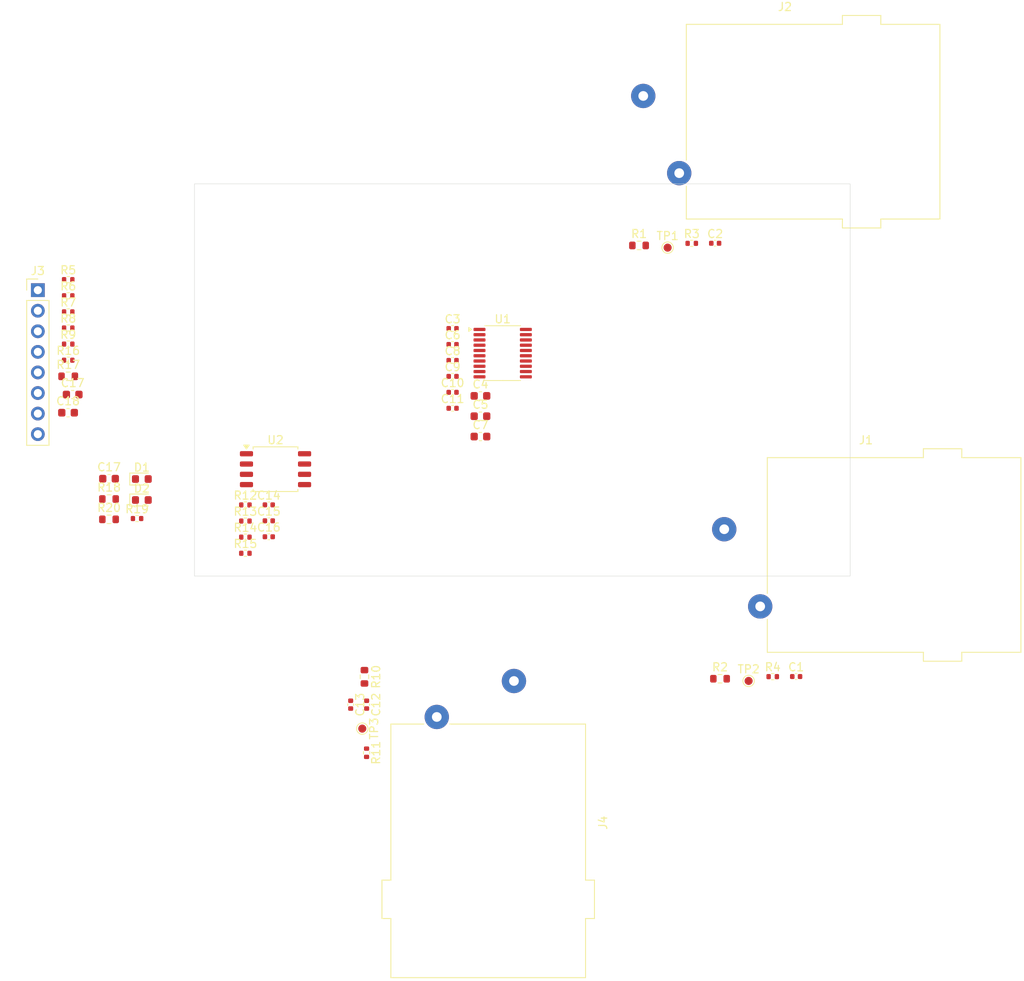
<source format=kicad_pcb>
(kicad_pcb (version 20241229) (generator "pcbnew") (generator_version "9.0")
  (layers (0 "F.Cu" signal) (2 "B.Cu" signal) (13 "F.Paste" user) (15 "B.Paste" user) (5 "F.SilkS" user "F.Silkscreen") (7 "B.SilkS" user "B.Silkscreen") (1 "F.Mask" user) (3 "B.Mask" user) (25 "Edge.Cuts" user))
  (net 0 "")
  (net 1 "GND")
  (net 2 "Net-(C1-Pad1)")
  (net 3 "Net-(C2-Pad1)")
  (net 4 "+3.3VA")
  (net 5 "+3.3V")
  (net 6 "Net-(U1-CAPM)")
  (net 7 "Net-(U1-CAPP)")
  (net 8 "Net-(U1-LDOO)")
  (net 9 "Net-(U1-VNEG)")
  (net 10 "/AUX_IN")
  (net 11 "/AUX_IN_MTCH")
  (net 12 "Net-(J2-PadT)")
  (net 13 "Net-(J1-PadT)")
  (net 14 "Net-(J3-Pin_4)")
  (net 15 "Net-(U1-DIN)")
  (net 16 "Net-(U1-BCK)")
  (net 17 "Net-(J3-Pin_5)")
  (net 18 "Net-(U1-SCK)")
  (net 19 "Net-(J3-Pin_6)")
  (net 20 "Net-(J4-PadT)")
  (net 21 "Net-(U1-OUTR)")
  (net 22 "Net-(U1-OUTL)")
  (net 23 "Net-(U2A-+)")
  (net 24 "Net-(C15-Pad1)")
  (net 25 "Net-(C17-Pad2)")
  (net 26 "Net-(J3-Pin_8)")
  (net 27 "Net-(U2A--)")
  (net 31 "Net-(D1-A)")
  (net 32 "/LRCK_IC")
  (net 33 "Net-(D2-A)")
  (net 34 "/LRCK_CONN")
  (footprint "Capacitor_SMD:C_0402_1005Metric" (layer "F.Cu") (at 131.9525 85.535)
    (property "Reference" "C3" (at 0 -1.16 0) (layer "F.SilkS"))
    (property "Value" "100n")
    (fp_line (start -0.107836 -0.36) (end 0.107836 -0.36) (stroke (width 0.12)) (layer "F.SilkS"))
    (fp_line (start -0.107836 0.36) (end 0.107836 0.36) (stroke (width 0.12)) (layer "F.SilkS"))
    (pad "1" smd roundrect (at -0.48 0) (size 0.56 0.62) (layers "F.Cu" "F.Mask" "F.Paste") (net 4 "+3.3VA"))
    (pad "2" smd roundrect (at 0.48 0) (size 0.56 0.62) (layers "F.Cu" "F.Mask" "F.Paste") (net 1 "GND"))
  )
  (footprint "Connector_Audio:Jack_speakON-6.35mm_Neutrik_NLJ2MDXX-H_Horizontal" (layer "F.Cu") (at 139.53 129.06 -90)
    (property "Reference" "J4" (at 17.5 -11 90) (layer "F.SilkS"))
    (property "Value" "AudioJack2")
    (fp_line (start 24.59 16.3) (end 29.33 16.3) (stroke (width 0.12)) (layer "F.SilkS"))
    (fp_line (start 24.59 16.3) (end 24.59 15.2) (stroke (width 0.12)) (layer "F.SilkS"))
    (fp_line (start 29.33 16.3) (end 29.33 15.2) (stroke (width 0.12)) (layer "F.SilkS"))
    (fp_line (start 5.32 15.2) (end 24.6 15.2) (stroke (width 0.12)) (layer "F.SilkS"))
    (fp_line (start 5.32 15.2) (end 5.32 11.13) (stroke (width 0.12)) (layer "F.SilkS"))
    (fp_line (start 36.63 15.2) (end 29.33 15.2) (stroke (width 0.12)) (layer "F.SilkS"))
    (fp_line (start 36.63 15.2) (end 36.63 -8.84) (stroke (width 0.12)) (layer "F.SilkS"))
    (fp_line (start 5.32 7.93) (end 5.32 -8.84) (stroke (width 0.12)) (layer "F.SilkS"))
    (fp_line (start 5.32 -8.84) (end 24.59 -8.84) (stroke (width 0.12)) (layer "F.SilkS"))
    (fp_line (start 36.63 -8.84) (end 29.33 -8.84) (stroke (width 0.12)) (layer "F.SilkS"))
    (fp_line (start 24.59 -9.94) (end 24.59 -8.84) (stroke (width 0.12)) (layer "F.SilkS"))
    (fp_line (start 24.59 -9.94) (end 29.33 -9.94) (stroke (width 0.12)) (layer "F.SilkS"))
    (fp_line (start 29.33 -9.94) (end 29.33 -8.84) (stroke (width 0.12)) (layer "F.SilkS"))
    (pad "1+" thru_hole circle (at 0 0 270) (size 3 3) (drill 1.2) (layers "*.Cu" "*.Mask"))
    (pad "1-" thru_hole circle (at 4.44 9.53 270) (size 3 3) (drill 1.2) (layers "*.Cu" "*.Mask"))
  )
  (footprint "LED_SMD:LED_0603_1608Metric" (layer "F.Cu") (at 93.58 106.71)
    (property "Reference" "D2" (at 0 -1.43 0) (layer "F.SilkS"))
    (property "Value" "LED")
    (fp_line (start -1.485 -0.735) (end -1.485 0.735) (stroke (width 0.12)) (layer "F.SilkS"))
    (fp_line (start -1.485 0.735) (end 0.8 0.735) (stroke (width 0.12)) (layer "F.SilkS"))
    (fp_line (start 0.8 -0.735) (end -1.485 -0.735) (stroke (width 0.12)) (layer "F.SilkS"))
    (pad "1" smd roundrect (at -0.7875 0) (size 0.875 0.95) (layers "F.Cu" "F.Mask" "F.Paste") (net 1 "GND"))
    (pad "2" smd roundrect (at 0.7875 0) (size 0.875 0.95) (layers "F.Cu" "F.Mask" "F.Paste") (net 33 "Net-(D2-A)"))
  )
  (footprint "Package_SO:TSSOP-20_4.4x6.5mm_P0.65mm" (layer "F.Cu") (at 138.1375 88.575)
    (property "Reference" "U1" (at 0 -4.2 0) (layer "F.SilkS"))
    (property "Value" "PCM5101A")
    (fp_line (start 0 -3.385) (end -2.2 -3.385) (stroke (width 0.12)) (layer "F.SilkS"))
    (fp_line (start 0 -3.385) (end 2.2 -3.385) (stroke (width 0.12)) (layer "F.SilkS"))
    (fp_line (start 0 3.385) (end -2.2 3.385) (stroke (width 0.12)) (layer "F.SilkS"))
    (fp_line (start 0 3.385) (end 2.2 3.385) (stroke (width 0.12)) (layer "F.SilkS"))
    (fp_poly (pts (xy -3.86 -2.925) (xy -4.19 -3.165) (xy -4.19 -2.685) (xy -3.86 -2.925)) (stroke (width 0.12)) (fill yes) (layer "F.SilkS"))
    (pad "1" smd roundrect (at -2.8625 -2.925) (size 1.475 0.4) (layers "F.Cu" "F.Mask" "F.Paste") (net 4 "+3.3VA"))
    (pad "2" smd roundrect (at -2.8625 -2.275) (size 1.475 0.4) (layers "F.Cu" "F.Mask" "F.Paste") (net 7 "Net-(U1-CAPP)"))
    (pad "3" smd roundrect (at -2.8625 -1.625) (size 1.475 0.4) (layers "F.Cu" "F.Mask" "F.Paste") (net 1 "GND"))
    (pad "4" smd roundrect (at -2.8625 -0.975) (size 1.475 0.4) (layers "F.Cu" "F.Mask" "F.Paste") (net 6 "Net-(U1-CAPM)"))
    (pad "5" smd roundrect (at -2.8625 -0.325) (size 1.475 0.4) (layers "F.Cu" "F.Mask" "F.Paste") (net 9 "Net-(U1-VNEG)"))
    (pad "6" smd roundrect (at -2.8625 0.325) (size 1.475 0.4) (layers "F.Cu" "F.Mask" "F.Paste") (net 22 "Net-(U1-OUTL)"))
    (pad "7" smd roundrect (at -2.8625 0.975) (size 1.475 0.4) (layers "F.Cu" "F.Mask" "F.Paste") (net 21 "Net-(U1-OUTR)"))
    (pad "8" smd roundrect (at -2.8625 1.625) (size 1.475 0.4) (layers "F.Cu" "F.Mask" "F.Paste") (net 4 "+3.3VA"))
    (pad "9" smd roundrect (at -2.8625 2.275) (size 1.475 0.4) (layers "F.Cu" "F.Mask" "F.Paste") (net 1 "GND"))
    (pad "10" smd roundrect (at -2.8625 2.925) (size 1.475 0.4) (layers "F.Cu" "F.Mask" "F.Paste") (net 1 "GND"))
    (pad "11" smd roundrect (at 2.8625 2.925) (size 1.475 0.4) (layers "F.Cu" "F.Mask" "F.Paste") (net 1 "GND"))
    (pad "12" smd roundrect (at 2.8625 2.275) (size 1.475 0.4) (layers "F.Cu" "F.Mask" "F.Paste") (net 18 "Net-(U1-SCK)"))
    (pad "13" smd roundrect (at 2.8625 1.625) (size 1.475 0.4) (layers "F.Cu" "F.Mask" "F.Paste") (net 16 "Net-(U1-BCK)"))
    (pad "14" smd roundrect (at 2.8625 0.975) (size 1.475 0.4) (layers "F.Cu" "F.Mask" "F.Paste") (net 15 "Net-(U1-DIN)"))
    (pad "15" smd roundrect (at 2.8625 0.325) (size 1.475 0.4) (layers "F.Cu" "F.Mask" "F.Paste") (net 32 "/LRCK_IC"))
    (pad "16" smd roundrect (at 2.8625 -0.325) (size 1.475 0.4) (layers "F.Cu" "F.Mask" "F.Paste") (net 1 "GND"))
    (pad "17" smd roundrect (at 2.8625 -0.975) (size 1.475 0.4) (layers "F.Cu" "F.Mask" "F.Paste") (net 5 "+3.3V"))
    (pad "18" smd roundrect (at 2.8625 -1.625) (size 1.475 0.4) (layers "F.Cu" "F.Mask" "F.Paste") (net 8 "Net-(U1-LDOO)"))
    (pad "19" smd roundrect (at 2.8625 -2.275) (size 1.475 0.4) (layers "F.Cu" "F.Mask" "F.Paste") (net 1 "GND"))
    (pad "20" smd roundrect (at 2.8625 -2.925) (size 1.475 0.4) (layers "F.Cu" "F.Mask" "F.Paste") (net 5 "+3.3V"))
  )
  (footprint "Package_SO:SOIC-8_5.3x5.3mm_P1.27mm" (layer "F.Cu") (at 110.0875 102.905)
    (property "Reference" "U2" (at 0 -3.6 0) (layer "F.SilkS"))
    (property "Value" "MCP6002-xSN")
    (fp_line (start -2.76 -2.76) (end 2.76 -2.76) (stroke (width 0.12)) (layer "F.SilkS"))
    (fp_line (start -2.76 -2.49) (end -2.76 -2.76) (stroke (width 0.12)) (layer "F.SilkS"))
    (fp_line (start -2.76 2.76) (end -2.76 2.49) (stroke (width 0.12)) (layer "F.SilkS"))
    (fp_line (start 2.76 -2.76) (end 2.76 -2.49) (stroke (width 0.12)) (layer "F.SilkS"))
    (fp_line (start 2.76 2.49) (end 2.76 2.76) (stroke (width 0.12)) (layer "F.SilkS"))
    (fp_line (start 2.76 2.76) (end -2.76 2.76) (stroke (width 0.12)) (layer "F.SilkS"))
    (fp_poly (pts (xy -3.59 -2.5) (xy -3.93 -2.97) (xy -3.25 -2.97)) (stroke (width 0.12)) (fill yes) (layer "F.SilkS"))
    (pad "1" smd roundrect (at -3.5875 -1.905) (size 1.625 0.65) (layers "F.Cu" "F.Mask" "F.Paste") (net 26 "Net-(J3-Pin_8)"))
    (pad "2" smd roundrect (at -3.5875 -0.635) (size 1.625 0.65) (layers "F.Cu" "F.Mask" "F.Paste") (net 27 "Net-(U2A--)"))
    (pad "3" smd roundrect (at -3.5875 0.635) (size 1.625 0.65) (layers "F.Cu" "F.Mask" "F.Paste") (net 23 "Net-(U2A-+)"))
    (pad "4" smd roundrect (at -3.5875 1.905) (size 1.625 0.65) (layers "F.Cu" "F.Mask" "F.Paste") (net 1 "GND"))
    (pad "5" smd roundrect (at 3.5875 1.905) (size 1.625 0.65) (layers "F.Cu" "F.Mask" "F.Paste"))
    (pad "6" smd roundrect (at 3.5875 0.635) (size 1.625 0.65) (layers "F.Cu" "F.Mask" "F.Paste"))
    (pad "7" smd roundrect (at 3.5875 -0.635) (size 1.625 0.65) (layers "F.Cu" "F.Mask" "F.Paste"))
    (pad "8" smd roundrect (at 3.5875 -1.905) (size 1.625 0.65) (layers "F.Cu" "F.Mask" "F.Paste") (net 4 "+3.3VA"))
  )
  (footprint "Resistor_SMD:R_0603_1608Metric" (layer "F.Cu") (at 154.975 75.28)
    (property "Reference" "R1" (at 0 -1.43 0) (layer "F.SilkS"))
    (property "Value" "470")
    (fp_line (start -0.237258 -0.5225) (end 0.237258 -0.5225) (stroke (width 0.12)) (layer "F.SilkS"))
    (fp_line (start -0.237258 0.5225) (end 0.237258 0.5225) (stroke (width 0.12)) (layer "F.SilkS"))
    (pad "1" smd roundrect (at -0.825 0) (size 0.8 0.95) (layers "F.Cu" "F.Mask" "F.Paste") (net 22 "Net-(U1-OUTL)"))
    (pad "2" smd roundrect (at 0.825 0) (size 0.8 0.95) (layers "F.Cu" "F.Mask" "F.Paste") (net 3 "Net-(C2-Pad1)"))
  )
  (footprint "Capacitor_SMD:C_0402_1005Metric" (layer "F.Cu") (at 119.37 131.98 -90)
    (property "Reference" "C13" (at 0 -1.16 90) (layer "F.SilkS"))
    (property "Value" "2.2n")
    (fp_line (start -0.107836 0.36) (end 0.107836 0.36) (stroke (width 0.12)) (layer "F.SilkS"))
    (fp_line (start -0.107836 -0.36) (end 0.107836 -0.36) (stroke (width 0.12)) (layer "F.SilkS"))
    (pad "1" smd roundrect (at -0.48 0 270) (size 0.56 0.62) (layers "F.Cu" "F.Mask" "F.Paste") (net 11 "/AUX_IN_MTCH"))
    (pad "2" smd roundrect (at 0.48 0 270) (size 0.56 0.62) (layers "F.Cu" "F.Mask" "F.Paste") (net 1 "GND"))
  )
  (footprint "Capacitor_SMD:C_0603_1608Metric" (layer "F.Cu") (at 85.04 93.69)
    (property "Reference" "C17" (at 0 -1.43 0) (layer "F.SilkS"))
    (property "Value" "10u")
    (fp_line (start -0.14058 -0.51) (end 0.14058 -0.51) (stroke (width 0.12)) (layer "F.SilkS"))
    (fp_line (start -0.14058 0.51) (end 0.14058 0.51) (stroke (width 0.12)) (layer "F.SilkS"))
    (pad "1" smd roundrect (at -0.775 0) (size 0.9 0.95) (layers "F.Cu" "F.Mask" "F.Paste") (net 5 "+3.3V"))
    (pad "2" smd roundrect (at 0.775 0) (size 0.9 0.95) (layers "F.Cu" "F.Mask" "F.Paste") (net 25 "Net-(C17-Pad2)"))
  )
  (footprint "Capacitor_SMD:C_0402_1005Metric" (layer "F.Cu") (at 131.9525 93.415)
    (property "Reference" "C10" (at 0 -1.16 0) (layer "F.SilkS"))
    (property "Value" "100n")
    (fp_line (start -0.107836 -0.36) (end 0.107836 -0.36) (stroke (width 0.12)) (layer "F.SilkS"))
    (fp_line (start -0.107836 0.36) (end 0.107836 0.36) (stroke (width 0.12)) (layer "F.SilkS"))
    (pad "1" smd roundrect (at -0.48 0) (size 0.56 0.62) (layers "F.Cu" "F.Mask" "F.Paste") (net 8 "Net-(U1-LDOO)"))
    (pad "2" smd roundrect (at 0.48 0) (size 0.56 0.62) (layers "F.Cu" "F.Mask" "F.Paste") (net 1 "GND"))
  )
  (footprint "Capacitor_SMD:C_0603_1608Metric" (layer "F.Cu") (at 135.3925 96.365)
    (property "Reference" "C5" (at 0 -1.43 0) (layer "F.SilkS"))
    (property "Value" "10u")
    (fp_line (start -0.14058 -0.51) (end 0.14058 -0.51) (stroke (width 0.12)) (layer "F.SilkS"))
    (fp_line (start -0.14058 0.51) (end 0.14058 0.51) (stroke (width 0.12)) (layer "F.SilkS"))
    (pad "1" smd roundrect (at -0.775 0) (size 0.9 0.95) (layers "F.Cu" "F.Mask" "F.Paste") (net 4 "+3.3VA"))
    (pad "2" smd roundrect (at 0.775 0) (size 0.9 0.95) (layers "F.Cu" "F.Mask" "F.Paste") (net 1 "GND"))
  )
  (footprint "Capacitor_SMD:C_0402_1005Metric" (layer "F.Cu") (at 164.375 75.01)
    (property "Reference" "C2" (at 0 -1.16 0) (layer "F.SilkS"))
    (property "Value" "2.2n")
    (fp_line (start -0.107836 -0.36) (end 0.107836 -0.36) (stroke (width 0.12)) (layer "F.SilkS"))
    (fp_line (start -0.107836 0.36) (end 0.107836 0.36) (stroke (width 0.12)) (layer "F.SilkS"))
    (pad "1" smd roundrect (at -0.48 0) (size 0.56 0.62) (layers "F.Cu" "F.Mask" "F.Paste") (net 3 "Net-(C2-Pad1)"))
    (pad "2" smd roundrect (at 0.48 0) (size 0.56 0.62) (layers "F.Cu" "F.Mask" "F.Paste") (net 1 "GND"))
  )
  (footprint "Resistor_SMD:R_0402_1005Metric" (layer "F.Cu") (at 161.485 75.02)
    (property "Reference" "R3" (at 0 -1.17 0) (layer "F.SilkS"))
    (property "Value" "0")
    (fp_line (start -0.153641 -0.38) (end 0.153641 -0.38) (stroke (width 0.12)) (layer "F.SilkS"))
    (fp_line (start -0.153641 0.38) (end 0.153641 0.38) (stroke (width 0.12)) (layer "F.SilkS"))
    (pad "1" smd roundrect (at -0.51 0) (size 0.54 0.64) (layers "F.Cu" "F.Mask" "F.Paste") (net 1 "GND"))
    (pad "2" smd roundrect (at 0.51 0) (size 0.54 0.64) (layers "F.Cu" "F.Mask" "F.Paste") (net 12 "Net-(J2-PadT)"))
  )
  (footprint "Capacitor_SMD:C_0402_1005Metric" (layer "F.Cu") (at 121.34 131.98 -90)
    (property "Reference" "C12" (at 0 -1.16 90) (layer "F.SilkS"))
    (property "Value" "2.2n")
    (fp_line (start -0.107836 0.36) (end 0.107836 0.36) (stroke (width 0.12)) (layer "F.SilkS"))
    (fp_line (start -0.107836 -0.36) (end 0.107836 -0.36) (stroke (width 0.12)) (layer "F.SilkS"))
    (pad "1" smd roundrect (at -0.48 0 270) (size 0.56 0.62) (layers "F.Cu" "F.Mask" "F.Paste") (net 10 "/AUX_IN"))
    (pad "2" smd roundrect (at 0.48 0 270) (size 0.56 0.62) (layers "F.Cu" "F.Mask" "F.Paste") (net 1 "GND"))
  )
  (footprint "Resistor_SMD:R_0402_1005Metric" (layer "F.Cu") (at 171.485 128.52)
    (property "Reference" "R4" (at 0 -1.17 0) (layer "F.SilkS"))
    (property "Value" "0")
    (fp_line (start -0.153641 -0.38) (end 0.153641 -0.38) (stroke (width 0.12)) (layer "F.SilkS"))
    (fp_line (start -0.153641 0.38) (end 0.153641 0.38) (stroke (width 0.12)) (layer "F.SilkS"))
    (pad "1" smd roundrect (at -0.51 0) (size 0.54 0.64) (layers "F.Cu" "F.Mask" "F.Paste") (net 1 "GND"))
    (pad "2" smd roundrect (at 0.51 0) (size 0.54 0.64) (layers "F.Cu" "F.Mask" "F.Paste") (net 13 "Net-(J1-PadT)"))
  )
  (footprint "LED_SMD:LED_0603_1608Metric" (layer "F.Cu") (at 93.58 104.12)
    (property "Reference" "D1" (at 0 -1.43 0) (layer "F.SilkS"))
    (property "Value" "LED")
    (fp_line (start -1.485 -0.735) (end -1.485 0.735) (stroke (width 0.12)) (layer "F.SilkS"))
    (fp_line (start -1.485 0.735) (end 0.8 0.735) (stroke (width 0.12)) (layer "F.SilkS"))
    (fp_line (start 0.8 -0.735) (end -1.485 -0.735) (stroke (width 0.12)) (layer "F.SilkS"))
    (pad "1" smd roundrect (at -0.7875 0) (size 0.875 0.95) (layers "F.Cu" "F.Mask" "F.Paste") (net 32 "/LRCK_IC"))
    (pad "2" smd roundrect (at 0.7875 0) (size 0.875 0.95) (layers "F.Cu" "F.Mask" "F.Paste") (net 31 "Net-(D1-A)"))
  )
  (footprint "Resistor_SMD:R_0402_1005Metric" (layer "F.Cu") (at 84.49 79.5)
    (property "Reference" "R5" (at 0 -1.17 0) (layer "F.SilkS"))
    (property "Value" "0")
    (fp_line (start -0.153641 -0.38) (end 0.153641 -0.38) (stroke (width 0.12)) (layer "F.SilkS"))
    (fp_line (start -0.153641 0.38) (end 0.153641 0.38) (stroke (width 0.12)) (layer "F.SilkS"))
    (pad "1" smd roundrect (at -0.51 0) (size 0.54 0.64) (layers "F.Cu" "F.Mask" "F.Paste") (net 34 "/LRCK_CONN"))
    (pad "2" smd roundrect (at 0.51 0) (size 0.54 0.64) (layers "F.Cu" "F.Mask" "F.Paste") (net 32 "/LRCK_IC"))
  )
  (footprint "Connector_Audio:Jack_speakON-6.35mm_Neutrik_NLJ2MDXX-H_Horizontal" (layer "F.Cu") (at 165.495 110.32)
    (property "Reference" "J1" (at 17.5 -11 0) (layer "F.SilkS"))
    (property "Value" "AudioJack2")
    (fp_line (start 5.32 -8.84) (end 24.59 -8.84) (stroke (width 0.12)) (layer "F.SilkS"))
    (fp_line (start 5.32 7.93) (end 5.32 -8.84) (stroke (width 0.12)) (layer "F.SilkS"))
    (fp_line (start 5.32 15.2) (end 5.32 11.13) (stroke (width 0.12)) (layer "F.SilkS"))
    (fp_line (start 5.32 15.2) (end 24.6 15.2) (stroke (width 0.12)) (layer "F.SilkS"))
    (fp_line (start 24.59 -9.94) (end 24.59 -8.84) (stroke (width 0.12)) (layer "F.SilkS"))
    (fp_line (start 24.59 -9.94) (end 29.33 -9.94) (stroke (width 0.12)) (layer "F.SilkS"))
    (fp_line (start 24.59 16.3) (end 24.59 15.2) (stroke (width 0.12)) (layer "F.SilkS"))
    (fp_line (start 24.59 16.3) (end 29.33 16.3) (stroke (width 0.12)) (layer "F.SilkS"))
    (fp_line (start 29.33 -9.94) (end 29.33 -8.84) (stroke (width 0.12)) (layer "F.SilkS"))
    (fp_line (start 29.33 16.3) (end 29.33 15.2) (stroke (width 0.12)) (layer "F.SilkS"))
    (fp_line (start 36.63 -8.84) (end 29.33 -8.84) (stroke (width 0.12)) (layer "F.SilkS"))
    (fp_line (start 36.63 15.2) (end 29.33 15.2) (stroke (width 0.12)) (layer "F.SilkS"))
    (fp_line (start 36.63 15.2) (end 36.63 -8.84) (stroke (width 0.12)) (layer "F.SilkS"))
    (pad "1+" thru_hole circle (at 0 0) (size 3 3) (drill 1.2) (layers "*.Cu" "*.Mask"))
    (pad "1-" thru_hole circle (at 4.44 9.53) (size 3 3) (drill 1.2) (layers "*.Cu" "*.Mask"))
  )
  (footprint "Capacitor_SMD:C_0402_1005Metric" (layer "F.Cu") (at 109.2575 107.31)
    (property "Reference" "C14" (at 0 -1.16 0) (layer "F.SilkS"))
    (property "Value" "100n")
    (fp_line (start -0.107836 -0.36) (end 0.107836 -0.36) (stroke (width 0.12)) (layer "F.SilkS"))
    (fp_line (start -0.107836 0.36) (end 0.107836 0.36) (stroke (width 0.12)) (layer "F.SilkS"))
    (pad "1" smd roundrect (at -0.48 0) (size 0.56 0.62) (layers "F.Cu" "F.Mask" "F.Paste") (net 23 "Net-(U2A-+)"))
    (pad "2" smd roundrect (at 0.48 0) (size 0.56 0.62) (layers "F.Cu" "F.Mask" "F.Paste") (net 11 "/AUX_IN_MTCH"))
  )
  (footprint "Resistor_SMD:R_0603_1608Metric" (layer "F.Cu") (at 121.07 128.54 -90)
    (property "Reference" "R10" (at 0 -1.43 90) (layer "F.SilkS"))
    (property "Value" "470")
    (fp_line (start -0.237258 0.5225) (end 0.237258 0.5225) (stroke (width 0.12)) (layer "F.SilkS"))
    (fp_line (start -0.237258 -0.5225) (end 0.237258 -0.5225) (stroke (width 0.12)) (layer "F.SilkS"))
    (pad "1" smd roundrect (at -0.825 0 270) (size 0.8 0.95) (layers "F.Cu" "F.Mask" "F.Paste") (net 11 "/AUX_IN_MTCH"))
    (pad "2" smd roundrect (at 0.825 0 270) (size 0.8 0.95) (layers "F.Cu" "F.Mask" "F.Paste") (net 10 "/AUX_IN"))
  )
  (footprint "Resistor_SMD:R_0402_1005Metric" (layer "F.Cu") (at 84.49 89.45)
    (property "Reference" "R16" (at 0 -1.17 0) (layer "F.SilkS"))
    (property "Value" "1k")
    (fp_line (start -0.153641 -0.38) (end 0.153641 -0.38) (stroke (width 0.12)) (layer "F.SilkS"))
    (fp_line (start -0.153641 0.38) (end 0.153641 0.38) (stroke (width 0.12)) (layer "F.SilkS"))
    (pad "1" smd roundrect (at -0.51 0) (size 0.54 0.64) (layers "F.Cu" "F.Mask" "F.Paste") (net 1 "GND"))
    (pad "2" smd roundrect (at 0.51 0) (size 0.54 0.64) (layers "F.Cu" "F.Mask" "F.Paste") (net 25 "Net-(C17-Pad2)"))
  )
  (footprint "Capacitor_SMD:C_0603_1608Metric" (layer "F.Cu") (at 84.47 95.93)
    (property "Reference" "C18" (at 0 -1.43 0) (layer "F.SilkS"))
    (property "Value" "100n")
    (fp_line (start -0.14058 -0.51) (end 0.14058 -0.51) (stroke (width 0.12)) (layer "F.SilkS"))
    (fp_line (start -0.14058 0.51) (end 0.14058 0.51) (stroke (width 0.12)) (layer "F.SilkS"))
    (pad "1" smd roundrect (at -0.775 0) (size 0.9 0.95) (layers "F.Cu" "F.Mask" "F.Paste") (net 1 "GND"))
    (pad "2" smd roundrect (at 0.775 0) (size 0.9 0.95) (layers "F.Cu" "F.Mask" "F.Paste") (net 4 "+3.3VA"))
  )
  (footprint "Capacitor_SMD:C_0402_1005Metric" (layer "F.Cu") (at 131.9525 91.445)
    (property "Reference" "C9" (at 0 -1.16 0) (layer "F.SilkS"))
    (property "Value" "2.2u")
    (fp_line (start -0.107836 -0.36) (end 0.107836 -0.36) (stroke (width 0.12)) (layer "F.SilkS"))
    (fp_line (start -0.107836 0.36) (end 0.107836 0.36) (stroke (width 0.12)) (layer "F.SilkS"))
    (pad "1" smd roundrect (at -0.48 0) (size 0.56 0.62) (layers "F.Cu" "F.Mask" "F.Paste") (net 7 "Net-(U1-CAPP)"))
    (pad "2" smd roundrect (at 0.48 0) (size 0.56 0.62) (layers "F.Cu" "F.Mask" "F.Paste") (net 6 "Net-(U1-CAPM)"))
  )
  (footprint "Resistor_SMD:R_0402_1005Metric" (layer "F.Cu") (at 84.49 83.48)
    (property "Reference" "R7" (at 0 -1.17 0) (layer "F.SilkS"))
    (property "Value" "0")
    (fp_line (start -0.153641 -0.38) (end 0.153641 -0.38) (stroke (width 0.12)) (layer "F.SilkS"))
    (fp_line (start -0.153641 0.38) (end 0.153641 0.38) (stroke (width 0.12)) (layer "F.SilkS"))
    (pad "1" smd roundrect (at -0.51 0) (size 0.54 0.64) (layers "F.Cu" "F.Mask" "F.Paste") (net 17 "Net-(J3-Pin_5)"))
    (pad "2" smd roundrect (at 0.51 0) (size 0.54 0.64) (layers "F.Cu" "F.Mask" "F.Paste") (net 16 "Net-(U1-BCK)"))
  )
  (footprint "Capacitor_SMD:C_0402_1005Metric" (layer "F.Cu") (at 109.2575 109.28)
    (property "Reference" "C15" (at 0 -1.16 0) (layer "F.SilkS"))
    (property "Value" "2.2u")
    (fp_line (start -0.107836 -0.36) (end 0.107836 -0.36) (stroke (width 0.12)) (layer "F.SilkS"))
    (fp_line (start -0.107836 0.36) (end 0.107836 0.36) (stroke (width 0.12)) (layer "F.SilkS"))
    (pad "1" smd roundrect (at -0.48 0) (size 0.56 0.62) (layers "F.Cu" "F.Mask" "F.Paste") (net 24 "Net-(C15-Pad1)"))
    (pad "2" smd roundrect (at 0.48 0) (size 0.56 0.62) (layers "F.Cu" "F.Mask" "F.Paste") (net 1 "GND"))
  )
  (footprint "Resistor_SMD:R_0603_1608Metric" (layer "F.Cu") (at 164.975 128.78)
    (property "Reference" "R2" (at 0 -1.43 0) (layer "F.SilkS"))
    (property "Value" "470")
    (fp_line (start -0.237258 -0.5225) (end 0.237258 -0.5225) (stroke (width 0.12)) (layer "F.SilkS"))
    (fp_line (start -0.237258 0.5225) (end 0.237258 0.5225) (stroke (width 0.12)) (layer "F.SilkS"))
    (pad "1" smd roundrect (at -0.825 0) (size 0.8 0.95) (layers "F.Cu" "F.Mask" "F.Paste") (net 21 "Net-(U1-OUTR)"))
    (pad "2" smd roundrect (at 0.825 0) (size 0.8 0.95) (layers "F.Cu" "F.Mask" "F.Paste") (net 2 "Net-(C1-Pad1)"))
  )
  (footprint "Connector_Audio:Jack_speakON-6.35mm_Neutrik_NLJ2MDXX-H_Horizontal" (layer "F.Cu") (at 155.495 56.82)
    (property "Reference" "J2" (at 17.5 -11 0) (layer "F.SilkS"))
    (property "Value" "AudioJack2")
    (fp_line (start 5.32 -8.84) (end 24.59 -8.84) (stroke (width 0.12)) (layer "F.SilkS"))
    (fp_line (start 5.32 7.93) (end 5.32 -8.84) (stroke (width 0.12)) (layer "F.SilkS"))
    (fp_line (start 5.32 15.2) (end 5.32 11.13) (stroke (width 0.12)) (layer "F.SilkS"))
    (fp_line (start 5.32 15.2) (end 24.6 15.2) (stroke (width 0.12)) (layer "F.SilkS"))
    (fp_line (start 24.59 -9.94) (end 24.59 -8.84) (stroke (width 0.12)) (layer "F.SilkS"))
    (fp_line (start 24.59 -9.94) (end 29.33 -9.94) (stroke (width 0.12)) (layer "F.SilkS"))
    (fp_line (start 24.59 16.3) (end 24.59 15.2) (stroke (width 0.12)) (layer "F.SilkS"))
    (fp_line (start 24.59 16.3) (end 29.33 16.3) (stroke (width 0.12)) (layer "F.SilkS"))
    (fp_line (start 29.33 -9.94) (end 29.33 -8.84) (stroke (width 0.12)) (layer "F.SilkS"))
    (fp_line (start 29.33 16.3) (end 29.33 15.2) (stroke (width 0.12)) (layer "F.SilkS"))
    (fp_line (start 36.63 -8.84) (end 29.33 -8.84) (stroke (width 0.12)) (layer "F.SilkS"))
    (fp_line (start 36.63 15.2) (end 29.33 15.2) (stroke (width 0.12)) (layer "F.SilkS"))
    (fp_line (start 36.63 15.2) (end 36.63 -8.84) (stroke (width 0.12)) (layer "F.SilkS"))
    (pad "1+" thru_hole circle (at 0 0) (size 3 3) (drill 1.2) (layers "*.Cu" "*.Mask"))
    (pad "1-" thru_hole circle (at 4.44 9.53) (size 3 3) (drill 1.2) (layers "*.Cu" "*.Mask"))
  )
  (footprint "Resistor_SMD:R_0402_1005Metric" (layer "F.Cu") (at 84.49 87.46)
    (property "Reference" "R9" (at 0 -1.17 0) (layer "F.SilkS"))
    (property "Value" "0")
    (fp_line (start -0.153641 -0.38) (end 0.153641 -0.38) (stroke (width 0.12)) (layer "F.SilkS"))
    (fp_line (start -0.153641 0.38) (end 0.153641 0.38) (stroke (width 0.12)) (layer "F.SilkS"))
    (pad "1" smd roundrect (at -0.51 0) (size 0.54 0.64) (layers "F.Cu" "F.Mask" "F.Paste") (net 19 "Net-(J3-Pin_6)"))
    (pad "2" smd roundrect (at 0.51 0) (size 0.54 0.64) (layers "F.Cu" "F.Mask" "F.Paste") (net 18 "Net-(U1-SCK)"))
  )
  (footprint "Capacitor_SMD:C_0603_1608Metric" (layer "F.Cu") (at 135.3925 98.875)
    (property "Reference" "C7" (at 0 -1.43 0) (layer "F.SilkS"))
    (property "Value" "10u")
    (fp_line (start -0.14058 -0.51) (end 0.14058 -0.51) (stroke (width 0.12)) (layer "F.SilkS"))
    (fp_line (start -0.14058 0.51) (end 0.14058 0.51) (stroke (width 0.12)) (layer "F.SilkS"))
    (pad "1" smd roundrect (at -0.775 0) (size 0.9 0.95) (layers "F.Cu" "F.Mask" "F.Paste") (net 5 "+3.3V"))
    (pad "2" smd roundrect (at 0.775 0) (size 0.9 0.95) (layers "F.Cu" "F.Mask" "F.Paste") (net 1 "GND"))
  )
  (footprint "Resistor_SMD:R_0402_1005Metric" (layer "F.Cu") (at 92.99 109)
    (property "Reference" "R19" (at 0 -1.17 0) (layer "F.SilkS"))
    (property "Value" "1k")
    (fp_line (start -0.153641 -0.38) (end 0.153641 -0.38) (stroke (width 0.12)) (layer "F.SilkS"))
    (fp_line (start -0.153641 0.38) (end 0.153641 0.38) (stroke (width 0.12)) (layer "F.SilkS"))
    (pad "1" smd roundrect (at -0.51 0) (size 0.54 0.64) (layers "F.Cu" "F.Mask" "F.Paste") (net 33 "Net-(D2-A)"))
    (pad "2" smd roundrect (at 0.51 0) (size 0.54 0.64) (layers "F.Cu" "F.Mask" "F.Paste") (net 5 "+3.3V"))
  )
  (footprint "Capacitor_SMD:C_0603_1608Metric" (layer "F.Cu") (at 89.53 104.08)
    (property "Reference" "C17" (at 0 -1.43 0) (layer "F.SilkS"))
    (property "Value" "100n")
    (fp_line (start -0.14058 -0.51) (end 0.14058 -0.51) (stroke (width 0.12)) (layer "F.SilkS"))
    (fp_line (start -0.14058 0.51) (end 0.14058 0.51) (stroke (width 0.12)) (layer "F.SilkS"))
    (pad "1" smd roundrect (at -0.775 0) (size 0.9 0.95) (layers "F.Cu" "F.Mask" "F.Paste") (net 1 "GND"))
    (pad "2" smd roundrect (at 0.775 0) (size 0.9 0.95) (layers "F.Cu" "F.Mask" "F.Paste") (net 25 "Net-(C17-Pad2)"))
  )
  (footprint "Resistor_SMD:R_0402_1005Metric" (layer "F.Cu") (at 106.3675 111.3)
    (property "Reference" "R14" (at 0 -1.17 0) (layer "F.SilkS"))
    (property "Value" "100k")
    (fp_line (start -0.153641 -0.38) (end 0.153641 -0.38) (stroke (width 0.12)) (layer "F.SilkS"))
    (fp_line (start -0.153641 0.38) (end 0.153641 0.38) (stroke (width 0.12)) (layer "F.SilkS"))
    (pad "1" smd roundrect (at -0.51 0) (size 0.54 0.64) (layers "F.Cu" "F.Mask" "F.Paste") (net 27 "Net-(U2A--)"))
    (pad "2" smd roundrect (at 0.51 0) (size 0.54 0.64) (layers "F.Cu" "F.Mask" "F.Paste") (net 26 "Net-(J3-Pin_8)"))
  )
  (footprint "Capacitor_SMD:C_0402_1005Metric" (layer "F.Cu") (at 109.2575 111.25)
    (property "Reference" "C16" (at 0 -1.16 0) (layer "F.SilkS"))
    (property "Value" "100n")
    (fp_line (start -0.107836 -0.36) (end 0.107836 -0.36) (stroke (width 0.12)) (layer "F.SilkS"))
    (fp_line (start -0.107836 0.36) (end 0.107836 0.36) (stroke (width 0.12)) (layer "F.SilkS"))
    (pad "1" smd roundrect (at -0.48 0) (size 0.56 0.62) (layers "F.Cu" "F.Mask" "F.Paste") (net 1 "GND"))
    (pad "2" smd roundrect (at 0.48 0) (size 0.56 0.62) (layers "F.Cu" "F.Mask" "F.Paste") (net 4 "+3.3VA"))
  )
  (footprint "Capacitor_SMD:C_0402_1005Metric" (layer "F.Cu") (at 131.9525 95.385)
    (property "Reference" "C11" (at 0 -1.16 0) (layer "F.SilkS"))
    (property "Value" "2.2u")
    (fp_line (start -0.107836 -0.36) (end 0.107836 -0.36) (stroke (width 0.12)) (layer "F.SilkS"))
    (fp_line (start -0.107836 0.36) (end 0.107836 0.36) (stroke (width 0.12)) (layer "F.SilkS"))
    (pad "1" smd roundrect (at -0.48 0) (size 0.56 0.62) (layers "F.Cu" "F.Mask" "F.Paste") (net 9 "Net-(U1-VNEG)"))
    (pad "2" smd roundrect (at 0.48 0) (size 0.56 0.62) (layers "F.Cu" "F.Mask" "F.Paste") (net 1 "GND"))
  )
  (footprint "Capacitor_SMD:C_0402_1005Metric" (layer "F.Cu") (at 131.9525 87.505)
    (property "Reference" "C6" (at 0 -1.16 0) (layer "F.SilkS"))
    (property "Value" "100n")
    (fp_line (start -0.107836 -0.36) (end 0.107836 -0.36) (stroke (width 0.12)) (layer "F.SilkS"))
    (fp_line (start -0.107836 0.36) (end 0.107836 0.36) (stroke (width 0.12)) (layer "F.SilkS"))
    (pad "1" smd roundrect (at -0.48 0) (size 0.56 0.62) (layers "F.Cu" "F.Mask" "F.Paste") (net 4 "+3.3VA"))
    (pad "2" smd roundrect (at 0.48 0) (size 0.56 0.62) (layers "F.Cu" "F.Mask" "F.Paste") (net 1 "GND"))
  )
  (footprint "Resistor_SMD:R_0402_1005Metric" (layer "F.Cu") (at 121.33 137.92 -90)
    (property "Reference" "R11" (at 0 -1.17 90) (layer "F.SilkS"))
    (property "Value" "0")
    (fp_line (start -0.153641 0.38) (end 0.153641 0.38) (stroke (width 0.12)) (layer "F.SilkS"))
    (fp_line (start -0.153641 -0.38) (end 0.153641 -0.38) (stroke (width 0.12)) (layer "F.SilkS"))
    (pad "1" smd roundrect (at -0.51 0 270) (size 0.54 0.64) (layers "F.Cu" "F.Mask" "F.Paste") (net 1 "GND"))
    (pad "2" smd roundrect (at 0.51 0 270) (size 0.54 0.64) (layers "F.Cu" "F.Mask" "F.Paste") (net 20 "Net-(J4-PadT)"))
  )
  (footprint "Resistor_SMD:R_0402_1005Metric" (layer "F.Cu") (at 84.49 85.47)
    (property "Reference" "R8" (at 0 -1.17 0) (layer "F.SilkS"))
    (property "Value" "0")
    (fp_line (start -0.153641 -0.38) (end 0.153641 -0.38) (stroke (width 0.12)) (layer "F.SilkS"))
    (fp_line (start -0.153641 0.38) (end 0.153641 0.38) (stroke (width 0.12)) (layer "F.SilkS"))
    (pad "1" smd roundrect (at -0.51 0) (size 0.54 0.64) (layers "F.Cu" "F.Mask" "F.Paste") (net 1 "GND"))
    (pad "2" smd roundrect (at 0.51 0) (size 0.54 0.64) (layers "F.Cu" "F.Mask" "F.Paste") (net 18 "Net-(U1-SCK)"))
  )
  (footprint "Resistor_SMD:R_0402_1005Metric" (layer "F.Cu") (at 106.3675 109.31)
    (property "Reference" "R13" (at 0 -1.17 0) (layer "F.SilkS"))
    (property "Value" "100k")
    (fp_line (start -0.153641 -0.38) (end 0.153641 -0.38) (stroke (width 0.12)) (layer "F.SilkS"))
    (fp_line (start -0.153641 0.38) (end 0.153641 0.38) (stroke (width 0.12)) (layer "F.SilkS"))
    (pad "1" smd roundrect (at -0.51 0) (size 0.54 0.64) (layers "F.Cu" "F.Mask" "F.Paste") (net 23 "Net-(U2A-+)"))
    (pad "2" smd roundrect (at 0.51 0) (size 0.54 0.64) (layers "F.Cu" "F.Mask" "F.Paste") (net 4 "+3.3VA"))
  )
  (footprint "Capacitor_SMD:C_0603_1608Metric" (layer "F.Cu") (at 135.3925 93.855)
    (property "Reference" "C4" (at 0 -1.43 0) (layer "F.SilkS"))
    (property "Value" "10u")
    (fp_line (start -0.14058 -0.51) (end 0.14058 -0.51) (stroke (width 0.12)) (layer "F.SilkS"))
    (fp_line (start -0.14058 0.51) (end 0.14058 0.51) (stroke (width 0.12)) (layer "F.SilkS"))
    (pad "1" smd roundrect (at -0.775 0) (size 0.9 0.95) (layers "F.Cu" "F.Mask" "F.Paste") (net 4 "+3.3VA"))
    (pad "2" smd roundrect (at 0.775 0) (size 0.9 0.95) (layers "F.Cu" "F.Mask" "F.Paste") (net 1 "GND"))
  )
  (footprint "Capacitor_SMD:C_0402_1005Metric" (layer "F.Cu") (at 131.9525 89.475)
    (property "Reference" "C8" (at 0 -1.16 0) (layer "F.SilkS"))
    (property "Value" "100n")
    (fp_line (start -0.107836 -0.36) (end 0.107836 -0.36) (stroke (width 0.12)) (layer "F.SilkS"))
    (fp_line (start -0.107836 0.36) (end 0.107836 0.36) (stroke (width 0.12)) (layer "F.SilkS"))
    (pad "1" smd roundrect (at -0.48 0) (size 0.56 0.62) (layers "F.Cu" "F.Mask" "F.Paste") (net 5 "+3.3V"))
    (pad "2" smd roundrect (at 0.48 0) (size 0.56 0.62) (layers "F.Cu" "F.Mask" "F.Paste") (net 1 "GND"))
  )
  (footprint "Resistor_SMD:R_0603_1608Metric" (layer "F.Cu") (at 89.53 109.1)
    (property "Reference" "R20" (at 0 -1.43 0) (layer "F.SilkS"))
    (property "Value" "0")
    (fp_line (start -0.237258 -0.5225) (end 0.237258 -0.5225) (stroke (width 0.12)) (layer "F.SilkS"))
    (fp_line (start -0.237258 0.5225) (end 0.237258 0.5225) (stroke (width 0.12)) (layer "F.SilkS"))
    (pad "1" smd roundrect (at -0.825 0) (size 0.8 0.95) (layers "F.Cu" "F.Mask" "F.Paste") (net 25 "Net-(C17-Pad2)"))
    (pad "2" smd roundrect (at 0.825 0) (size 0.8 0.95) (layers "F.Cu" "F.Mask" "F.Paste") (net 5 "+3.3V"))
  )
  (footprint "Resistor_SMD:R_0603_1608Metric" (layer "F.Cu") (at 84.49 91.44)
    (property "Reference" "R17" (at 0 -1.43 0) (layer "F.SilkS"))
    (property "Value" "100")
    (fp_line (start -0.237258 -0.5225) (end 0.237258 -0.5225) (stroke (width 0.12)) (layer "F.SilkS"))
    (fp_line (start -0.237258 0.5225) (end 0.237258 0.5225) (stroke (width 0.12)) (layer "F.SilkS"))
    (pad "1" smd roundrect (at -0.825 0) (size 0.8 0.95) (layers "F.Cu" "F.Mask" "F.Paste") (net 25 "Net-(C17-Pad2)"))
    (pad "2" smd roundrect (at 0.825 0) (size 0.8 0.95) (layers "F.Cu" "F.Mask" "F.Paste") (net 4 "+3.3VA"))
  )
  (footprint "Resistor_SMD:R_0402_1005Metric" (layer "F.Cu") (at 106.3675 113.29)
    (property "Reference" "R15" (at 0 -1.17 0) (layer "F.SilkS"))
    (property "Value" "100k")
    (fp_line (start -0.153641 -0.38) (end 0.153641 -0.38) (stroke (width 0.12)) (layer "F.SilkS"))
    (fp_line (start -0.153641 0.38) (end 0.153641 0.38) (stroke (width 0.12)) (layer "F.SilkS"))
    (pad "1" smd roundrect (at -0.51 0) (size 0.54 0.64) (layers "F.Cu" "F.Mask" "F.Paste") (net 24 "Net-(C15-Pad1)"))
    (pad "2" smd roundrect (at 0.51 0) (size 0.54 0.64) (layers "F.Cu" "F.Mask" "F.Paste") (net 27 "Net-(U2A--)"))
  )
  (footprint "TestPoint:TestPoint_Pad_D1.0mm" (layer "F.Cu") (at 158.505 75.55)
    (property "Reference" "TP1" (at 0 -1.448 0) (layer "F.SilkS"))
    (property "Value" "TestPoint")
    (fp_circle (center 0 0) (end 0 0.7) (stroke (width 0.12)) (fill no) (layer "F.SilkS"))
    (pad "1" smd circle (at 0 0) (size 1 1) (layers "F.Cu" "F.Mask") (net 3 "Net-(C2-Pad1)"))
  )
  (footprint "Connector_PinHeader_2.54mm:PinHeader_1x08_P2.54mm_Vertical" (layer "F.Cu") (at 80.74 80.8)
    (property "Reference" "J3" (at 0 -2.38 0) (layer "F.SilkS"))
    (property "Value" "Conn_01x08")
    (fp_line (start -1.38 -1.38) (end 0 -1.38) (stroke (width 0.12)) (layer "F.SilkS"))
    (fp_line (start -1.38 0) (end -1.38 -1.38) (stroke (width 0.12)) (layer "F.SilkS"))
    (fp_line (start -1.38 1.27) (end -1.38 19.16) (stroke (width 0.12)) (layer "F.SilkS"))
    (fp_line (start -1.38 1.27) (end 1.38 1.27) (stroke (width 0.12)) (layer "F.SilkS"))
    (fp_line (start -1.38 19.16) (end 1.38 19.16) (stroke (width 0.12)) (layer "F.SilkS"))
    (fp_line (start 1.38 1.27) (end 1.38 19.16) (stroke (width 0.12)) (layer "F.SilkS"))
    (pad "1" thru_hole rect (at 0 0) (size 1.7 1.7) (drill 1) (layers "*.Cu" "*.Mask") (net 5 "+3.3V"))
    (pad "2" thru_hole circle (at 0 2.54) (size 1.7 1.7) (drill 1) (layers "*.Cu" "*.Mask") (net 1 "GND"))
    (pad "3" thru_hole circle (at 0 5.08) (size 1.7 1.7) (drill 1) (layers "*.Cu" "*.Mask") (net 34 "/LRCK_CONN"))
    (pad "4" thru_hole circle (at 0 7.62) (size 1.7 1.7) (drill 1) (layers "*.Cu" "*.Mask") (net 14 "Net-(J3-Pin_4)"))
    (pad "5" thru_hole circle (at 0 10.16) (size 1.7 1.7) (drill 1) (layers "*.Cu" "*.Mask") (net 17 "Net-(J3-Pin_5)"))
    (pad "6" thru_hole circle (at 0 12.7) (size 1.7 1.7) (drill 1) (layers "*.Cu" "*.Mask") (net 19 "Net-(J3-Pin_6)"))
    (pad "7" thru_hole circle (at 0 15.24) (size 1.7 1.7) (drill 1) (layers "*.Cu" "*.Mask") (net 1 "GND"))
    (pad "8" thru_hole circle (at 0 17.78) (size 1.7 1.7) (drill 1) (layers "*.Cu" "*.Mask") (net 26 "Net-(J3-Pin_8)"))
  )
  (footprint "TestPoint:TestPoint_Pad_D1.0mm" (layer "F.Cu") (at 168.505 129.05)
    (property "Reference" "TP2" (at 0 -1.448 0) (layer "F.SilkS"))
    (property "Value" "TestPoint")
    (fp_circle (center 0 0) (end 0 0.7) (stroke (width 0.12)) (fill no) (layer "F.SilkS"))
    (pad "1" smd circle (at 0 0) (size 1 1) (layers "F.Cu" "F.Mask") (net 2 "Net-(C1-Pad1)"))
  )
  (footprint "Resistor_SMD:R_0402_1005Metric" (layer "F.Cu") (at 84.49 81.49)
    (property "Reference" "R6" (at 0 -1.17 0) (layer "F.SilkS"))
    (property "Value" "0")
    (fp_line (start -0.153641 -0.38) (end 0.153641 -0.38) (stroke (width 0.12)) (layer "F.SilkS"))
    (fp_line (start -0.153641 0.38) (end 0.153641 0.38) (stroke (width 0.12)) (layer "F.SilkS"))
    (pad "1" smd roundrect (at -0.51 0) (size 0.54 0.64) (layers "F.Cu" "F.Mask" "F.Paste") (net 14 "Net-(J3-Pin_4)"))
    (pad "2" smd roundrect (at 0.51 0) (size 0.54 0.64) (layers "F.Cu" "F.Mask" "F.Paste") (net 15 "Net-(U1-DIN)"))
  )
  (footprint "Resistor_SMD:R_0402_1005Metric" (layer "F.Cu") (at 106.3675 107.32)
    (property "Reference" "R12" (at 0 -1.17 0) (layer "F.SilkS"))
    (property "Value" "100k")
    (fp_line (start -0.153641 -0.38) (end 0.153641 -0.38) (stroke (width 0.12)) (layer "F.SilkS"))
    (fp_line (start -0.153641 0.38) (end 0.153641 0.38) (stroke (width 0.12)) (layer "F.SilkS"))
    (pad "1" smd roundrect (at -0.51 0) (size 0.54 0.64) (layers "F.Cu" "F.Mask" "F.Paste") (net 1 "GND"))
    (pad "2" smd roundrect (at 0.51 0) (size 0.54 0.64) (layers "F.Cu" "F.Mask" "F.Paste") (net 23 "Net-(U2A-+)"))
  )
  (footprint "Capacitor_SMD:C_0402_1005Metric" (layer "F.Cu") (at 174.375 128.51)
    (property "Reference" "C1" (at 0 -1.16 0) (layer "F.SilkS"))
    (property "Value" "2.2n")
    (fp_line (start -0.107836 -0.36) (end 0.107836 -0.36) (stroke (width 0.12)) (layer "F.SilkS"))
    (fp_line (start -0.107836 0.36) (end 0.107836 0.36) (stroke (width 0.12)) (layer "F.SilkS"))
    (pad "1" smd roundrect (at -0.48 0) (size 0.56 0.62) (layers "F.Cu" "F.Mask" "F.Paste") (net 2 "Net-(C1-Pad1)"))
    (pad "2" smd roundrect (at 0.48 0) (size 0.56 0.62) (layers "F.Cu" "F.Mask" "F.Paste") (net 1 "GND"))
  )
  (footprint "TestPoint:TestPoint_Pad_D1.0mm" (layer "F.Cu") (at 120.8 134.94 -90)
    (property "Reference" "TP3" (at 0 -1.448 90) (layer "F.SilkS"))
    (property "Value" "TestPoint")
    (fp_circle (center 0 0) (end 0 0.7) (stroke (width 0.12)) (fill no) (layer "F.SilkS"))
    (pad "1" smd circle (at 0 0 270) (size 1 1) (layers "F.Cu" "F.Mask") (net 10 "/AUX_IN"))
  )
  (footprint "Resistor_SMD:R_0603_1608Metric" (layer "F.Cu") (at 89.53 106.59)
    (property "Reference" "R18" (at 0 -1.43 0) (layer "F.SilkS"))
    (property "Value" "470")
    (fp_line (start -0.237258 -0.5225) (end 0.237258 -0.5225) (stroke (width 0.12)) (layer "F.SilkS"))
    (fp_line (start -0.237258 0.5225) (end 0.237258 0.5225) (stroke (width 0.12)) (layer "F.SilkS"))
    (pad "1" smd roundrect (at -0.825 0) (size 0.8 0.95) (layers "F.Cu" "F.Mask" "F.Paste") (net 31 "Net-(D1-A)"))
    (pad "2" smd roundrect (at 0.825 0) (size 0.8 0.95) (layers "F.Cu" "F.Mask" "F.Paste") (net 5 "+3.3V"))
  )
  (gr_rect (start 100.08 67.68) (end 181.04 116.1) (stroke (width 0.05)) (fill no) (layer "Edge.Cuts"))
)
</source>
